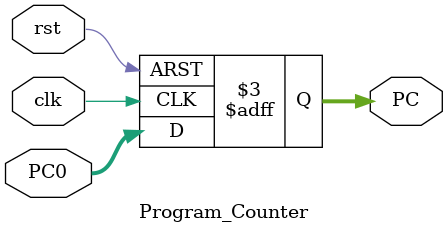
<source format=v>
module Program_Counter(
input clk,rst,
input [31:0] PC0,
output reg [31:0] PC
);
always@(posedge clk or negedge rst)
  begin
if(!rst)
   PC<=32'h0;
else
   PC<=PC0;
   end
endmodule
</source>
